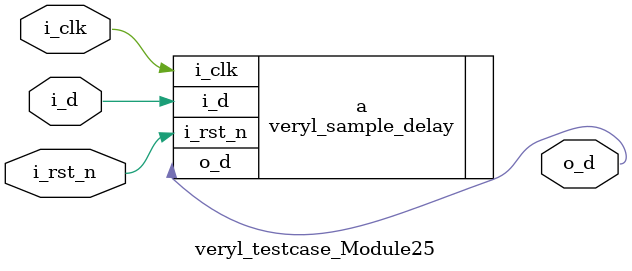
<source format=sv>
module veryl_testcase_Module25 (
    input  logic i_clk  ,
    input  logic i_rst_n,
    input  logic i_d    ,
    output logic o_d
);
    veryl_sample_delay a (
        .i_clk   (i_clk  ),
        .i_rst_n (i_rst_n),
        .i_d     (i_d    ),
        .o_d     (o_d    )
    );
endmodule

</source>
